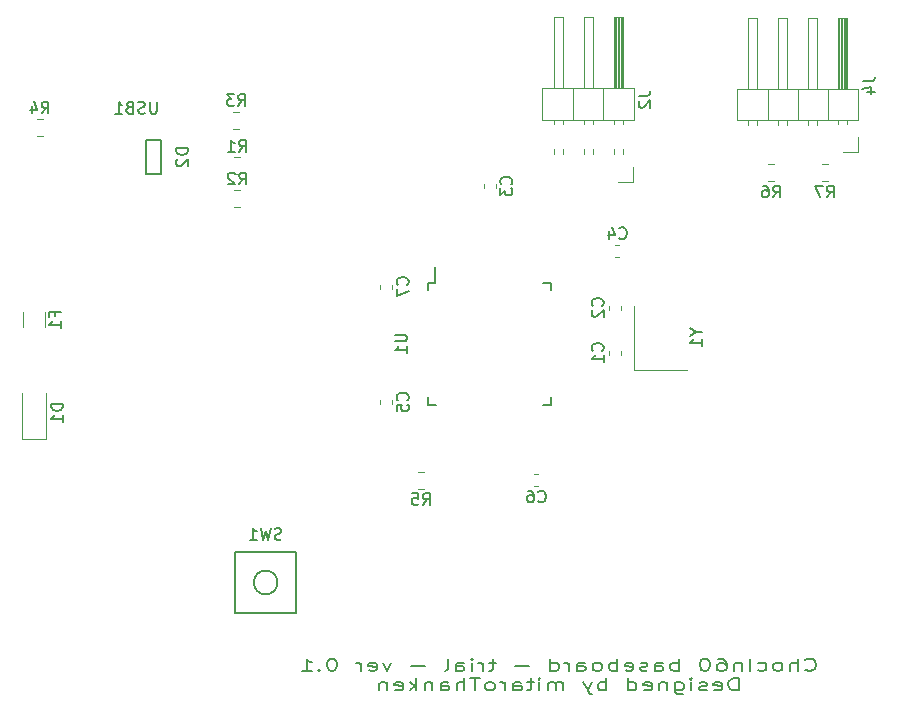
<source format=gbo>
G04 #@! TF.GenerationSoftware,KiCad,Pcbnew,(5.1.0)-1*
G04 #@! TF.CreationDate,2019-07-26T12:40:46+09:00*
G04 #@! TF.ProjectId,ChocIn60,43686f63-496e-4363-902e-6b696361645f,rev?*
G04 #@! TF.SameCoordinates,Original*
G04 #@! TF.FileFunction,Legend,Bot*
G04 #@! TF.FilePolarity,Positive*
%FSLAX46Y46*%
G04 Gerber Fmt 4.6, Leading zero omitted, Abs format (unit mm)*
G04 Created by KiCad (PCBNEW (5.1.0)-1) date 2019-07-26 12:40:46*
%MOMM*%
%LPD*%
G04 APERTURE LIST*
%ADD10C,0.150000*%
%ADD11C,0.120000*%
G04 APERTURE END LIST*
D10*
X114837142Y-105577142D02*
X114908571Y-105624761D01*
X115122857Y-105672380D01*
X115265714Y-105672380D01*
X115480000Y-105624761D01*
X115622857Y-105529523D01*
X115694285Y-105434285D01*
X115765714Y-105243809D01*
X115765714Y-105100952D01*
X115694285Y-104910476D01*
X115622857Y-104815238D01*
X115480000Y-104720000D01*
X115265714Y-104672380D01*
X115122857Y-104672380D01*
X114908571Y-104720000D01*
X114837142Y-104767619D01*
X114194285Y-105672380D02*
X114194285Y-104672380D01*
X113551428Y-105672380D02*
X113551428Y-105148571D01*
X113622857Y-105053333D01*
X113765714Y-105005714D01*
X113980000Y-105005714D01*
X114122857Y-105053333D01*
X114194285Y-105100952D01*
X112622857Y-105672380D02*
X112765714Y-105624761D01*
X112837142Y-105577142D01*
X112908571Y-105481904D01*
X112908571Y-105196190D01*
X112837142Y-105100952D01*
X112765714Y-105053333D01*
X112622857Y-105005714D01*
X112408571Y-105005714D01*
X112265714Y-105053333D01*
X112194285Y-105100952D01*
X112122857Y-105196190D01*
X112122857Y-105481904D01*
X112194285Y-105577142D01*
X112265714Y-105624761D01*
X112408571Y-105672380D01*
X112622857Y-105672380D01*
X110837142Y-105624761D02*
X110980000Y-105672380D01*
X111265714Y-105672380D01*
X111408571Y-105624761D01*
X111480000Y-105577142D01*
X111551428Y-105481904D01*
X111551428Y-105196190D01*
X111480000Y-105100952D01*
X111408571Y-105053333D01*
X111265714Y-105005714D01*
X110980000Y-105005714D01*
X110837142Y-105053333D01*
X110194285Y-105672380D02*
X110194285Y-104672380D01*
X109480000Y-105005714D02*
X109480000Y-105672380D01*
X109480000Y-105100952D02*
X109408571Y-105053333D01*
X109265714Y-105005714D01*
X109051428Y-105005714D01*
X108908571Y-105053333D01*
X108837142Y-105148571D01*
X108837142Y-105672380D01*
X107480000Y-104672380D02*
X107765714Y-104672380D01*
X107908571Y-104720000D01*
X107980000Y-104767619D01*
X108122857Y-104910476D01*
X108194285Y-105100952D01*
X108194285Y-105481904D01*
X108122857Y-105577142D01*
X108051428Y-105624761D01*
X107908571Y-105672380D01*
X107622857Y-105672380D01*
X107480000Y-105624761D01*
X107408571Y-105577142D01*
X107337142Y-105481904D01*
X107337142Y-105243809D01*
X107408571Y-105148571D01*
X107480000Y-105100952D01*
X107622857Y-105053333D01*
X107908571Y-105053333D01*
X108051428Y-105100952D01*
X108122857Y-105148571D01*
X108194285Y-105243809D01*
X106408571Y-104672380D02*
X106265714Y-104672380D01*
X106122857Y-104720000D01*
X106051428Y-104767619D01*
X105980000Y-104862857D01*
X105908571Y-105053333D01*
X105908571Y-105291428D01*
X105980000Y-105481904D01*
X106051428Y-105577142D01*
X106122857Y-105624761D01*
X106265714Y-105672380D01*
X106408571Y-105672380D01*
X106551428Y-105624761D01*
X106622857Y-105577142D01*
X106694285Y-105481904D01*
X106765714Y-105291428D01*
X106765714Y-105053333D01*
X106694285Y-104862857D01*
X106622857Y-104767619D01*
X106551428Y-104720000D01*
X106408571Y-104672380D01*
X104122857Y-105672380D02*
X104122857Y-104672380D01*
X104122857Y-105053333D02*
X103980000Y-105005714D01*
X103694285Y-105005714D01*
X103551428Y-105053333D01*
X103480000Y-105100952D01*
X103408571Y-105196190D01*
X103408571Y-105481904D01*
X103480000Y-105577142D01*
X103551428Y-105624761D01*
X103694285Y-105672380D01*
X103980000Y-105672380D01*
X104122857Y-105624761D01*
X102122857Y-105672380D02*
X102122857Y-105148571D01*
X102194285Y-105053333D01*
X102337142Y-105005714D01*
X102622857Y-105005714D01*
X102765714Y-105053333D01*
X102122857Y-105624761D02*
X102265714Y-105672380D01*
X102622857Y-105672380D01*
X102765714Y-105624761D01*
X102837142Y-105529523D01*
X102837142Y-105434285D01*
X102765714Y-105339047D01*
X102622857Y-105291428D01*
X102265714Y-105291428D01*
X102122857Y-105243809D01*
X101480000Y-105624761D02*
X101337142Y-105672380D01*
X101051428Y-105672380D01*
X100908571Y-105624761D01*
X100837142Y-105529523D01*
X100837142Y-105481904D01*
X100908571Y-105386666D01*
X101051428Y-105339047D01*
X101265714Y-105339047D01*
X101408571Y-105291428D01*
X101480000Y-105196190D01*
X101480000Y-105148571D01*
X101408571Y-105053333D01*
X101265714Y-105005714D01*
X101051428Y-105005714D01*
X100908571Y-105053333D01*
X99622857Y-105624761D02*
X99765714Y-105672380D01*
X100051428Y-105672380D01*
X100194285Y-105624761D01*
X100265714Y-105529523D01*
X100265714Y-105148571D01*
X100194285Y-105053333D01*
X100051428Y-105005714D01*
X99765714Y-105005714D01*
X99622857Y-105053333D01*
X99551428Y-105148571D01*
X99551428Y-105243809D01*
X100265714Y-105339047D01*
X98908571Y-105672380D02*
X98908571Y-104672380D01*
X98908571Y-105053333D02*
X98765714Y-105005714D01*
X98480000Y-105005714D01*
X98337142Y-105053333D01*
X98265714Y-105100952D01*
X98194285Y-105196190D01*
X98194285Y-105481904D01*
X98265714Y-105577142D01*
X98337142Y-105624761D01*
X98480000Y-105672380D01*
X98765714Y-105672380D01*
X98908571Y-105624761D01*
X97337142Y-105672380D02*
X97480000Y-105624761D01*
X97551428Y-105577142D01*
X97622857Y-105481904D01*
X97622857Y-105196190D01*
X97551428Y-105100952D01*
X97480000Y-105053333D01*
X97337142Y-105005714D01*
X97122857Y-105005714D01*
X96980000Y-105053333D01*
X96908571Y-105100952D01*
X96837142Y-105196190D01*
X96837142Y-105481904D01*
X96908571Y-105577142D01*
X96980000Y-105624761D01*
X97122857Y-105672380D01*
X97337142Y-105672380D01*
X95551428Y-105672380D02*
X95551428Y-105148571D01*
X95622857Y-105053333D01*
X95765714Y-105005714D01*
X96051428Y-105005714D01*
X96194285Y-105053333D01*
X95551428Y-105624761D02*
X95694285Y-105672380D01*
X96051428Y-105672380D01*
X96194285Y-105624761D01*
X96265714Y-105529523D01*
X96265714Y-105434285D01*
X96194285Y-105339047D01*
X96051428Y-105291428D01*
X95694285Y-105291428D01*
X95551428Y-105243809D01*
X94837142Y-105672380D02*
X94837142Y-105005714D01*
X94837142Y-105196190D02*
X94765714Y-105100952D01*
X94694285Y-105053333D01*
X94551428Y-105005714D01*
X94408571Y-105005714D01*
X93265714Y-105672380D02*
X93265714Y-104672380D01*
X93265714Y-105624761D02*
X93408571Y-105672380D01*
X93694285Y-105672380D01*
X93837142Y-105624761D01*
X93908571Y-105577142D01*
X93980000Y-105481904D01*
X93980000Y-105196190D01*
X93908571Y-105100952D01*
X93837142Y-105053333D01*
X93694285Y-105005714D01*
X93408571Y-105005714D01*
X93265714Y-105053333D01*
X91408571Y-105291428D02*
X90265714Y-105291428D01*
X88622857Y-105005714D02*
X88051428Y-105005714D01*
X88408571Y-104672380D02*
X88408571Y-105529523D01*
X88337142Y-105624761D01*
X88194285Y-105672380D01*
X88051428Y-105672380D01*
X87551428Y-105672380D02*
X87551428Y-105005714D01*
X87551428Y-105196190D02*
X87480000Y-105100952D01*
X87408571Y-105053333D01*
X87265714Y-105005714D01*
X87122857Y-105005714D01*
X86622857Y-105672380D02*
X86622857Y-105005714D01*
X86622857Y-104672380D02*
X86694285Y-104720000D01*
X86622857Y-104767619D01*
X86551428Y-104720000D01*
X86622857Y-104672380D01*
X86622857Y-104767619D01*
X85265714Y-105672380D02*
X85265714Y-105148571D01*
X85337142Y-105053333D01*
X85480000Y-105005714D01*
X85765714Y-105005714D01*
X85908571Y-105053333D01*
X85265714Y-105624761D02*
X85408571Y-105672380D01*
X85765714Y-105672380D01*
X85908571Y-105624761D01*
X85980000Y-105529523D01*
X85980000Y-105434285D01*
X85908571Y-105339047D01*
X85765714Y-105291428D01*
X85408571Y-105291428D01*
X85265714Y-105243809D01*
X84337142Y-105672380D02*
X84480000Y-105624761D01*
X84551428Y-105529523D01*
X84551428Y-104672380D01*
X82622857Y-105291428D02*
X81480000Y-105291428D01*
X79765714Y-105005714D02*
X79408571Y-105672380D01*
X79051428Y-105005714D01*
X77908571Y-105624761D02*
X78051428Y-105672380D01*
X78337142Y-105672380D01*
X78480000Y-105624761D01*
X78551428Y-105529523D01*
X78551428Y-105148571D01*
X78480000Y-105053333D01*
X78337142Y-105005714D01*
X78051428Y-105005714D01*
X77908571Y-105053333D01*
X77837142Y-105148571D01*
X77837142Y-105243809D01*
X78551428Y-105339047D01*
X77194285Y-105672380D02*
X77194285Y-105005714D01*
X77194285Y-105196190D02*
X77122857Y-105100952D01*
X77051428Y-105053333D01*
X76908571Y-105005714D01*
X76765714Y-105005714D01*
X74837142Y-104672380D02*
X74694285Y-104672380D01*
X74551428Y-104720000D01*
X74480000Y-104767619D01*
X74408571Y-104862857D01*
X74337142Y-105053333D01*
X74337142Y-105291428D01*
X74408571Y-105481904D01*
X74480000Y-105577142D01*
X74551428Y-105624761D01*
X74694285Y-105672380D01*
X74837142Y-105672380D01*
X74980000Y-105624761D01*
X75051428Y-105577142D01*
X75122857Y-105481904D01*
X75194285Y-105291428D01*
X75194285Y-105053333D01*
X75122857Y-104862857D01*
X75051428Y-104767619D01*
X74980000Y-104720000D01*
X74837142Y-104672380D01*
X73694285Y-105577142D02*
X73622857Y-105624761D01*
X73694285Y-105672380D01*
X73765714Y-105624761D01*
X73694285Y-105577142D01*
X73694285Y-105672380D01*
X72194285Y-105672380D02*
X73051428Y-105672380D01*
X72622857Y-105672380D02*
X72622857Y-104672380D01*
X72765714Y-104815238D01*
X72908571Y-104910476D01*
X73051428Y-104958095D01*
X109194285Y-107322380D02*
X109194285Y-106322380D01*
X108837142Y-106322380D01*
X108622857Y-106370000D01*
X108480000Y-106465238D01*
X108408571Y-106560476D01*
X108337142Y-106750952D01*
X108337142Y-106893809D01*
X108408571Y-107084285D01*
X108480000Y-107179523D01*
X108622857Y-107274761D01*
X108837142Y-107322380D01*
X109194285Y-107322380D01*
X107122857Y-107274761D02*
X107265714Y-107322380D01*
X107551428Y-107322380D01*
X107694285Y-107274761D01*
X107765714Y-107179523D01*
X107765714Y-106798571D01*
X107694285Y-106703333D01*
X107551428Y-106655714D01*
X107265714Y-106655714D01*
X107122857Y-106703333D01*
X107051428Y-106798571D01*
X107051428Y-106893809D01*
X107765714Y-106989047D01*
X106480000Y-107274761D02*
X106337142Y-107322380D01*
X106051428Y-107322380D01*
X105908571Y-107274761D01*
X105837142Y-107179523D01*
X105837142Y-107131904D01*
X105908571Y-107036666D01*
X106051428Y-106989047D01*
X106265714Y-106989047D01*
X106408571Y-106941428D01*
X106480000Y-106846190D01*
X106480000Y-106798571D01*
X106408571Y-106703333D01*
X106265714Y-106655714D01*
X106051428Y-106655714D01*
X105908571Y-106703333D01*
X105194285Y-107322380D02*
X105194285Y-106655714D01*
X105194285Y-106322380D02*
X105265714Y-106370000D01*
X105194285Y-106417619D01*
X105122857Y-106370000D01*
X105194285Y-106322380D01*
X105194285Y-106417619D01*
X103837142Y-106655714D02*
X103837142Y-107465238D01*
X103908571Y-107560476D01*
X103980000Y-107608095D01*
X104122857Y-107655714D01*
X104337142Y-107655714D01*
X104480000Y-107608095D01*
X103837142Y-107274761D02*
X103980000Y-107322380D01*
X104265714Y-107322380D01*
X104408571Y-107274761D01*
X104480000Y-107227142D01*
X104551428Y-107131904D01*
X104551428Y-106846190D01*
X104480000Y-106750952D01*
X104408571Y-106703333D01*
X104265714Y-106655714D01*
X103980000Y-106655714D01*
X103837142Y-106703333D01*
X103122857Y-106655714D02*
X103122857Y-107322380D01*
X103122857Y-106750952D02*
X103051428Y-106703333D01*
X102908571Y-106655714D01*
X102694285Y-106655714D01*
X102551428Y-106703333D01*
X102480000Y-106798571D01*
X102480000Y-107322380D01*
X101194285Y-107274761D02*
X101337142Y-107322380D01*
X101622857Y-107322380D01*
X101765714Y-107274761D01*
X101837142Y-107179523D01*
X101837142Y-106798571D01*
X101765714Y-106703333D01*
X101622857Y-106655714D01*
X101337142Y-106655714D01*
X101194285Y-106703333D01*
X101122857Y-106798571D01*
X101122857Y-106893809D01*
X101837142Y-106989047D01*
X99837142Y-107322380D02*
X99837142Y-106322380D01*
X99837142Y-107274761D02*
X99980000Y-107322380D01*
X100265714Y-107322380D01*
X100408571Y-107274761D01*
X100480000Y-107227142D01*
X100551428Y-107131904D01*
X100551428Y-106846190D01*
X100480000Y-106750952D01*
X100408571Y-106703333D01*
X100265714Y-106655714D01*
X99980000Y-106655714D01*
X99837142Y-106703333D01*
X97980000Y-107322380D02*
X97980000Y-106322380D01*
X97980000Y-106703333D02*
X97837142Y-106655714D01*
X97551428Y-106655714D01*
X97408571Y-106703333D01*
X97337142Y-106750952D01*
X97265714Y-106846190D01*
X97265714Y-107131904D01*
X97337142Y-107227142D01*
X97408571Y-107274761D01*
X97551428Y-107322380D01*
X97837142Y-107322380D01*
X97980000Y-107274761D01*
X96765714Y-106655714D02*
X96408571Y-107322380D01*
X96051428Y-106655714D02*
X96408571Y-107322380D01*
X96551428Y-107560476D01*
X96622857Y-107608095D01*
X96765714Y-107655714D01*
X94337142Y-107322380D02*
X94337142Y-106655714D01*
X94337142Y-106750952D02*
X94265714Y-106703333D01*
X94122857Y-106655714D01*
X93908571Y-106655714D01*
X93765714Y-106703333D01*
X93694285Y-106798571D01*
X93694285Y-107322380D01*
X93694285Y-106798571D02*
X93622857Y-106703333D01*
X93480000Y-106655714D01*
X93265714Y-106655714D01*
X93122857Y-106703333D01*
X93051428Y-106798571D01*
X93051428Y-107322380D01*
X92337142Y-107322380D02*
X92337142Y-106655714D01*
X92337142Y-106322380D02*
X92408571Y-106370000D01*
X92337142Y-106417619D01*
X92265714Y-106370000D01*
X92337142Y-106322380D01*
X92337142Y-106417619D01*
X91837142Y-106655714D02*
X91265714Y-106655714D01*
X91622857Y-106322380D02*
X91622857Y-107179523D01*
X91551428Y-107274761D01*
X91408571Y-107322380D01*
X91265714Y-107322380D01*
X90122857Y-107322380D02*
X90122857Y-106798571D01*
X90194285Y-106703333D01*
X90337142Y-106655714D01*
X90622857Y-106655714D01*
X90765714Y-106703333D01*
X90122857Y-107274761D02*
X90265714Y-107322380D01*
X90622857Y-107322380D01*
X90765714Y-107274761D01*
X90837142Y-107179523D01*
X90837142Y-107084285D01*
X90765714Y-106989047D01*
X90622857Y-106941428D01*
X90265714Y-106941428D01*
X90122857Y-106893809D01*
X89408571Y-107322380D02*
X89408571Y-106655714D01*
X89408571Y-106846190D02*
X89337142Y-106750952D01*
X89265714Y-106703333D01*
X89122857Y-106655714D01*
X88980000Y-106655714D01*
X88265714Y-107322380D02*
X88408571Y-107274761D01*
X88480000Y-107227142D01*
X88551428Y-107131904D01*
X88551428Y-106846190D01*
X88480000Y-106750952D01*
X88408571Y-106703333D01*
X88265714Y-106655714D01*
X88051428Y-106655714D01*
X87908571Y-106703333D01*
X87837142Y-106750952D01*
X87765714Y-106846190D01*
X87765714Y-107131904D01*
X87837142Y-107227142D01*
X87908571Y-107274761D01*
X88051428Y-107322380D01*
X88265714Y-107322380D01*
X87337142Y-106322380D02*
X86480000Y-106322380D01*
X86908571Y-107322380D02*
X86908571Y-106322380D01*
X85980000Y-107322380D02*
X85980000Y-106322380D01*
X85337142Y-107322380D02*
X85337142Y-106798571D01*
X85408571Y-106703333D01*
X85551428Y-106655714D01*
X85765714Y-106655714D01*
X85908571Y-106703333D01*
X85980000Y-106750952D01*
X83980000Y-107322380D02*
X83980000Y-106798571D01*
X84051428Y-106703333D01*
X84194285Y-106655714D01*
X84480000Y-106655714D01*
X84622857Y-106703333D01*
X83980000Y-107274761D02*
X84122857Y-107322380D01*
X84480000Y-107322380D01*
X84622857Y-107274761D01*
X84694285Y-107179523D01*
X84694285Y-107084285D01*
X84622857Y-106989047D01*
X84480000Y-106941428D01*
X84122857Y-106941428D01*
X83980000Y-106893809D01*
X83265714Y-106655714D02*
X83265714Y-107322380D01*
X83265714Y-106750952D02*
X83194285Y-106703333D01*
X83051428Y-106655714D01*
X82837142Y-106655714D01*
X82694285Y-106703333D01*
X82622857Y-106798571D01*
X82622857Y-107322380D01*
X81908571Y-107322380D02*
X81908571Y-106322380D01*
X81765714Y-106941428D02*
X81337142Y-107322380D01*
X81337142Y-106655714D02*
X81908571Y-107036666D01*
X80122857Y-107274761D02*
X80265714Y-107322380D01*
X80551428Y-107322380D01*
X80694285Y-107274761D01*
X80765714Y-107179523D01*
X80765714Y-106798571D01*
X80694285Y-106703333D01*
X80551428Y-106655714D01*
X80265714Y-106655714D01*
X80122857Y-106703333D01*
X80051428Y-106798571D01*
X80051428Y-106893809D01*
X80765714Y-106989047D01*
X79408571Y-106655714D02*
X79408571Y-107322380D01*
X79408571Y-106750952D02*
X79337142Y-106703333D01*
X79194285Y-106655714D01*
X78980000Y-106655714D01*
X78837142Y-106703333D01*
X78765714Y-106798571D01*
X78765714Y-107322380D01*
D11*
X67006252Y-63638500D02*
X66483748Y-63638500D01*
X67006252Y-62218500D02*
X66483748Y-62218500D01*
X67006252Y-66402400D02*
X66483748Y-66402400D01*
X67006252Y-64982400D02*
X66483748Y-64982400D01*
X50290252Y-60400000D02*
X49767748Y-60400000D01*
X50290252Y-58980000D02*
X49767748Y-58980000D01*
X66936252Y-59765000D02*
X66413748Y-59765000D01*
X66936252Y-58345000D02*
X66413748Y-58345000D01*
X100302500Y-80170000D02*
X100302500Y-74770000D01*
X104802500Y-80170000D02*
X100302500Y-80170000D01*
D10*
X59024800Y-60720000D02*
X59024800Y-63620000D01*
X59024800Y-60720000D02*
X60324800Y-60720000D01*
X60324800Y-60720000D02*
X60324800Y-63620000D01*
X60324800Y-63620000D02*
X59024800Y-63620000D01*
X83512600Y-72803000D02*
X83512600Y-71528000D01*
X82937600Y-83153000D02*
X82937600Y-82478000D01*
X93287600Y-83153000D02*
X93287600Y-82478000D01*
X93287600Y-72803000D02*
X93287600Y-73478000D01*
X82937600Y-72803000D02*
X82937600Y-73478000D01*
X93287600Y-72803000D02*
X92612600Y-72803000D01*
X93287600Y-83153000D02*
X92612600Y-83153000D01*
X82937600Y-83153000D02*
X83612600Y-83153000D01*
X82937600Y-72803000D02*
X83512600Y-72803000D01*
X66550000Y-100800000D02*
X71750000Y-100800000D01*
X71750000Y-100800000D02*
X71750000Y-95600000D01*
X71750000Y-95600000D02*
X66550000Y-95600000D01*
X66550000Y-95600000D02*
X66550000Y-100800000D01*
X70150000Y-98200000D02*
G75*
G03X70150000Y-98200000I-1000000J0D01*
G01*
D11*
X116244748Y-62790000D02*
X116767252Y-62790000D01*
X116244748Y-64210000D02*
X116767252Y-64210000D01*
X111681748Y-62790000D02*
X112204252Y-62790000D01*
X111681748Y-64210000D02*
X112204252Y-64210000D01*
X82034748Y-88825000D02*
X82557252Y-88825000D01*
X82034748Y-90245000D02*
X82557252Y-90245000D01*
X119270000Y-61770000D02*
X119270000Y-60500000D01*
X118000000Y-61770000D02*
X119270000Y-61770000D01*
X110000000Y-59457071D02*
X110000000Y-59060000D01*
X110760000Y-59457071D02*
X110760000Y-59060000D01*
X110000000Y-50400000D02*
X110000000Y-56400000D01*
X110760000Y-50400000D02*
X110000000Y-50400000D01*
X110760000Y-56400000D02*
X110760000Y-50400000D01*
X111650000Y-59060000D02*
X111650000Y-56400000D01*
X112540000Y-59457071D02*
X112540000Y-59060000D01*
X113300000Y-59457071D02*
X113300000Y-59060000D01*
X112540000Y-50400000D02*
X112540000Y-56400000D01*
X113300000Y-50400000D02*
X112540000Y-50400000D01*
X113300000Y-56400000D02*
X113300000Y-50400000D01*
X114190000Y-59060000D02*
X114190000Y-56400000D01*
X115080000Y-59457071D02*
X115080000Y-59060000D01*
X115840000Y-59457071D02*
X115840000Y-59060000D01*
X115080000Y-50400000D02*
X115080000Y-56400000D01*
X115840000Y-50400000D02*
X115080000Y-50400000D01*
X115840000Y-56400000D02*
X115840000Y-50400000D01*
X116730000Y-59060000D02*
X116730000Y-56400000D01*
X117620000Y-59390000D02*
X117620000Y-59060000D01*
X118380000Y-59390000D02*
X118380000Y-59060000D01*
X117720000Y-56400000D02*
X117720000Y-50400000D01*
X117840000Y-56400000D02*
X117840000Y-50400000D01*
X117960000Y-56400000D02*
X117960000Y-50400000D01*
X118080000Y-56400000D02*
X118080000Y-50400000D01*
X118200000Y-56400000D02*
X118200000Y-50400000D01*
X118320000Y-56400000D02*
X118320000Y-50400000D01*
X117620000Y-50400000D02*
X117620000Y-56400000D01*
X118380000Y-50400000D02*
X117620000Y-50400000D01*
X118380000Y-56400000D02*
X118380000Y-50400000D01*
X119330000Y-56400000D02*
X119330000Y-59060000D01*
X109050000Y-56400000D02*
X119330000Y-56400000D01*
X109050000Y-59060000D02*
X109050000Y-56400000D01*
X119330000Y-59060000D02*
X109050000Y-59060000D01*
X100270000Y-64270000D02*
X100270000Y-63000000D01*
X99000000Y-64270000D02*
X100270000Y-64270000D01*
X93540000Y-61957071D02*
X93540000Y-61502929D01*
X94300000Y-61957071D02*
X94300000Y-61502929D01*
X93540000Y-59417071D02*
X93540000Y-59020000D01*
X94300000Y-59417071D02*
X94300000Y-59020000D01*
X93540000Y-50360000D02*
X93540000Y-56360000D01*
X94300000Y-50360000D02*
X93540000Y-50360000D01*
X94300000Y-56360000D02*
X94300000Y-50360000D01*
X95190000Y-59020000D02*
X95190000Y-56360000D01*
X96080000Y-61957071D02*
X96080000Y-61502929D01*
X96840000Y-61957071D02*
X96840000Y-61502929D01*
X96080000Y-59417071D02*
X96080000Y-59020000D01*
X96840000Y-59417071D02*
X96840000Y-59020000D01*
X96080000Y-50360000D02*
X96080000Y-56360000D01*
X96840000Y-50360000D02*
X96080000Y-50360000D01*
X96840000Y-56360000D02*
X96840000Y-50360000D01*
X97730000Y-59020000D02*
X97730000Y-56360000D01*
X98620000Y-61890000D02*
X98620000Y-61502929D01*
X99380000Y-61890000D02*
X99380000Y-61502929D01*
X98620000Y-59417071D02*
X98620000Y-59020000D01*
X99380000Y-59417071D02*
X99380000Y-59020000D01*
X98720000Y-56360000D02*
X98720000Y-50360000D01*
X98840000Y-56360000D02*
X98840000Y-50360000D01*
X98960000Y-56360000D02*
X98960000Y-50360000D01*
X99080000Y-56360000D02*
X99080000Y-50360000D01*
X99200000Y-56360000D02*
X99200000Y-50360000D01*
X99320000Y-56360000D02*
X99320000Y-50360000D01*
X98620000Y-50360000D02*
X98620000Y-56360000D01*
X99380000Y-50360000D02*
X98620000Y-50360000D01*
X99380000Y-56360000D02*
X99380000Y-50360000D01*
X100330000Y-56360000D02*
X100330000Y-59020000D01*
X92590000Y-56360000D02*
X100330000Y-56360000D01*
X92590000Y-59020000D02*
X92590000Y-56360000D01*
X100330000Y-59020000D02*
X92590000Y-59020000D01*
X48620000Y-76536964D02*
X48620000Y-75332836D01*
X50440000Y-76536964D02*
X50440000Y-75332836D01*
X50530000Y-86070000D02*
X50530000Y-82170000D01*
X48530000Y-86070000D02*
X48530000Y-82170000D01*
X50530000Y-86070000D02*
X48530000Y-86070000D01*
X78865000Y-73323267D02*
X78865000Y-72980733D01*
X79885000Y-73323267D02*
X79885000Y-72980733D01*
X91903733Y-89025000D02*
X92246267Y-89025000D01*
X91903733Y-90045000D02*
X92246267Y-90045000D01*
X78865000Y-83102267D02*
X78865000Y-82759733D01*
X79885000Y-83102267D02*
X79885000Y-82759733D01*
X99104267Y-70614000D02*
X98761733Y-70614000D01*
X99104267Y-69594000D02*
X98761733Y-69594000D01*
X87628000Y-64814267D02*
X87628000Y-64471733D01*
X88648000Y-64814267D02*
X88648000Y-64471733D01*
X99252500Y-74758733D02*
X99252500Y-75101267D01*
X98232500Y-74758733D02*
X98232500Y-75101267D01*
X99252500Y-78568733D02*
X99252500Y-78911267D01*
X98232500Y-78568733D02*
X98232500Y-78911267D01*
D10*
X59938095Y-57502380D02*
X59938095Y-58311904D01*
X59890476Y-58407142D01*
X59842857Y-58454761D01*
X59747619Y-58502380D01*
X59557142Y-58502380D01*
X59461904Y-58454761D01*
X59414285Y-58407142D01*
X59366666Y-58311904D01*
X59366666Y-57502380D01*
X58938095Y-58454761D02*
X58795238Y-58502380D01*
X58557142Y-58502380D01*
X58461904Y-58454761D01*
X58414285Y-58407142D01*
X58366666Y-58311904D01*
X58366666Y-58216666D01*
X58414285Y-58121428D01*
X58461904Y-58073809D01*
X58557142Y-58026190D01*
X58747619Y-57978571D01*
X58842857Y-57930952D01*
X58890476Y-57883333D01*
X58938095Y-57788095D01*
X58938095Y-57692857D01*
X58890476Y-57597619D01*
X58842857Y-57550000D01*
X58747619Y-57502380D01*
X58509523Y-57502380D01*
X58366666Y-57550000D01*
X57604761Y-57978571D02*
X57461904Y-58026190D01*
X57414285Y-58073809D01*
X57366666Y-58169047D01*
X57366666Y-58311904D01*
X57414285Y-58407142D01*
X57461904Y-58454761D01*
X57557142Y-58502380D01*
X57938095Y-58502380D01*
X57938095Y-57502380D01*
X57604761Y-57502380D01*
X57509523Y-57550000D01*
X57461904Y-57597619D01*
X57414285Y-57692857D01*
X57414285Y-57788095D01*
X57461904Y-57883333D01*
X57509523Y-57930952D01*
X57604761Y-57978571D01*
X57938095Y-57978571D01*
X56414285Y-58502380D02*
X56985714Y-58502380D01*
X56700000Y-58502380D02*
X56700000Y-57502380D01*
X56795238Y-57645238D01*
X56890476Y-57740476D01*
X56985714Y-57788095D01*
X66911666Y-61730880D02*
X67245000Y-61254690D01*
X67483095Y-61730880D02*
X67483095Y-60730880D01*
X67102142Y-60730880D01*
X67006904Y-60778500D01*
X66959285Y-60826119D01*
X66911666Y-60921357D01*
X66911666Y-61064214D01*
X66959285Y-61159452D01*
X67006904Y-61207071D01*
X67102142Y-61254690D01*
X67483095Y-61254690D01*
X65959285Y-61730880D02*
X66530714Y-61730880D01*
X66245000Y-61730880D02*
X66245000Y-60730880D01*
X66340238Y-60873738D01*
X66435476Y-60968976D01*
X66530714Y-61016595D01*
X66911666Y-64494780D02*
X67245000Y-64018590D01*
X67483095Y-64494780D02*
X67483095Y-63494780D01*
X67102142Y-63494780D01*
X67006904Y-63542400D01*
X66959285Y-63590019D01*
X66911666Y-63685257D01*
X66911666Y-63828114D01*
X66959285Y-63923352D01*
X67006904Y-63970971D01*
X67102142Y-64018590D01*
X67483095Y-64018590D01*
X66530714Y-63590019D02*
X66483095Y-63542400D01*
X66387857Y-63494780D01*
X66149761Y-63494780D01*
X66054523Y-63542400D01*
X66006904Y-63590019D01*
X65959285Y-63685257D01*
X65959285Y-63780495D01*
X66006904Y-63923352D01*
X66578333Y-64494780D01*
X65959285Y-64494780D01*
X50195666Y-58492380D02*
X50529000Y-58016190D01*
X50767095Y-58492380D02*
X50767095Y-57492380D01*
X50386142Y-57492380D01*
X50290904Y-57540000D01*
X50243285Y-57587619D01*
X50195666Y-57682857D01*
X50195666Y-57825714D01*
X50243285Y-57920952D01*
X50290904Y-57968571D01*
X50386142Y-58016190D01*
X50767095Y-58016190D01*
X49338523Y-57825714D02*
X49338523Y-58492380D01*
X49576619Y-57444761D02*
X49814714Y-58159047D01*
X49195666Y-58159047D01*
X66841666Y-57857380D02*
X67175000Y-57381190D01*
X67413095Y-57857380D02*
X67413095Y-56857380D01*
X67032142Y-56857380D01*
X66936904Y-56905000D01*
X66889285Y-56952619D01*
X66841666Y-57047857D01*
X66841666Y-57190714D01*
X66889285Y-57285952D01*
X66936904Y-57333571D01*
X67032142Y-57381190D01*
X67413095Y-57381190D01*
X66508333Y-56857380D02*
X65889285Y-56857380D01*
X66222619Y-57238333D01*
X66079761Y-57238333D01*
X65984523Y-57285952D01*
X65936904Y-57333571D01*
X65889285Y-57428809D01*
X65889285Y-57666904D01*
X65936904Y-57762142D01*
X65984523Y-57809761D01*
X66079761Y-57857380D01*
X66365476Y-57857380D01*
X66460714Y-57809761D01*
X66508333Y-57762142D01*
X105578690Y-76993809D02*
X106054880Y-76993809D01*
X105054880Y-76660476D02*
X105578690Y-76993809D01*
X105054880Y-77327142D01*
X106054880Y-78184285D02*
X106054880Y-77612857D01*
X106054880Y-77898571D02*
X105054880Y-77898571D01*
X105197738Y-77803333D01*
X105292976Y-77708095D01*
X105340595Y-77612857D01*
X62577180Y-61431904D02*
X61577180Y-61431904D01*
X61577180Y-61670000D01*
X61624800Y-61812857D01*
X61720038Y-61908095D01*
X61815276Y-61955714D01*
X62005752Y-62003333D01*
X62148609Y-62003333D01*
X62339085Y-61955714D01*
X62434323Y-61908095D01*
X62529561Y-61812857D01*
X62577180Y-61670000D01*
X62577180Y-61431904D01*
X61672419Y-62384285D02*
X61624800Y-62431904D01*
X61577180Y-62527142D01*
X61577180Y-62765238D01*
X61624800Y-62860476D01*
X61672419Y-62908095D01*
X61767657Y-62955714D01*
X61862895Y-62955714D01*
X62005752Y-62908095D01*
X62577180Y-62336666D01*
X62577180Y-62955714D01*
X80114980Y-77216095D02*
X80924504Y-77216095D01*
X81019742Y-77263714D01*
X81067361Y-77311333D01*
X81114980Y-77406571D01*
X81114980Y-77597047D01*
X81067361Y-77692285D01*
X81019742Y-77739904D01*
X80924504Y-77787523D01*
X80114980Y-77787523D01*
X81114980Y-78787523D02*
X81114980Y-78216095D01*
X81114980Y-78501809D02*
X80114980Y-78501809D01*
X80257838Y-78406571D01*
X80353076Y-78311333D01*
X80400695Y-78216095D01*
X70483333Y-94540761D02*
X70340476Y-94588380D01*
X70102380Y-94588380D01*
X70007142Y-94540761D01*
X69959523Y-94493142D01*
X69911904Y-94397904D01*
X69911904Y-94302666D01*
X69959523Y-94207428D01*
X70007142Y-94159809D01*
X70102380Y-94112190D01*
X70292857Y-94064571D01*
X70388095Y-94016952D01*
X70435714Y-93969333D01*
X70483333Y-93874095D01*
X70483333Y-93778857D01*
X70435714Y-93683619D01*
X70388095Y-93636000D01*
X70292857Y-93588380D01*
X70054761Y-93588380D01*
X69911904Y-93636000D01*
X69578571Y-93588380D02*
X69340476Y-94588380D01*
X69150000Y-93874095D01*
X68959523Y-94588380D01*
X68721428Y-93588380D01*
X67816666Y-94588380D02*
X68388095Y-94588380D01*
X68102380Y-94588380D02*
X68102380Y-93588380D01*
X68197619Y-93731238D01*
X68292857Y-93826476D01*
X68388095Y-93874095D01*
X116672666Y-65602380D02*
X117006000Y-65126190D01*
X117244095Y-65602380D02*
X117244095Y-64602380D01*
X116863142Y-64602380D01*
X116767904Y-64650000D01*
X116720285Y-64697619D01*
X116672666Y-64792857D01*
X116672666Y-64935714D01*
X116720285Y-65030952D01*
X116767904Y-65078571D01*
X116863142Y-65126190D01*
X117244095Y-65126190D01*
X116339333Y-64602380D02*
X115672666Y-64602380D01*
X116101238Y-65602380D01*
X112109666Y-65602380D02*
X112443000Y-65126190D01*
X112681095Y-65602380D02*
X112681095Y-64602380D01*
X112300142Y-64602380D01*
X112204904Y-64650000D01*
X112157285Y-64697619D01*
X112109666Y-64792857D01*
X112109666Y-64935714D01*
X112157285Y-65030952D01*
X112204904Y-65078571D01*
X112300142Y-65126190D01*
X112681095Y-65126190D01*
X111252523Y-64602380D02*
X111443000Y-64602380D01*
X111538238Y-64650000D01*
X111585857Y-64697619D01*
X111681095Y-64840476D01*
X111728714Y-65030952D01*
X111728714Y-65411904D01*
X111681095Y-65507142D01*
X111633476Y-65554761D01*
X111538238Y-65602380D01*
X111347761Y-65602380D01*
X111252523Y-65554761D01*
X111204904Y-65507142D01*
X111157285Y-65411904D01*
X111157285Y-65173809D01*
X111204904Y-65078571D01*
X111252523Y-65030952D01*
X111347761Y-64983333D01*
X111538238Y-64983333D01*
X111633476Y-65030952D01*
X111681095Y-65078571D01*
X111728714Y-65173809D01*
X82462666Y-91637380D02*
X82796000Y-91161190D01*
X83034095Y-91637380D02*
X83034095Y-90637380D01*
X82653142Y-90637380D01*
X82557904Y-90685000D01*
X82510285Y-90732619D01*
X82462666Y-90827857D01*
X82462666Y-90970714D01*
X82510285Y-91065952D01*
X82557904Y-91113571D01*
X82653142Y-91161190D01*
X83034095Y-91161190D01*
X81557904Y-90637380D02*
X82034095Y-90637380D01*
X82081714Y-91113571D01*
X82034095Y-91065952D01*
X81938857Y-91018333D01*
X81700761Y-91018333D01*
X81605523Y-91065952D01*
X81557904Y-91113571D01*
X81510285Y-91208809D01*
X81510285Y-91446904D01*
X81557904Y-91542142D01*
X81605523Y-91589761D01*
X81700761Y-91637380D01*
X81938857Y-91637380D01*
X82034095Y-91589761D01*
X82081714Y-91542142D01*
X119722380Y-55781666D02*
X120436666Y-55781666D01*
X120579523Y-55734047D01*
X120674761Y-55638809D01*
X120722380Y-55495952D01*
X120722380Y-55400714D01*
X120055714Y-56686428D02*
X120722380Y-56686428D01*
X119674761Y-56448333D02*
X120389047Y-56210238D01*
X120389047Y-56829285D01*
X100722380Y-57011666D02*
X101436666Y-57011666D01*
X101579523Y-56964047D01*
X101674761Y-56868809D01*
X101722380Y-56725952D01*
X101722380Y-56630714D01*
X100817619Y-57440238D02*
X100770000Y-57487857D01*
X100722380Y-57583095D01*
X100722380Y-57821190D01*
X100770000Y-57916428D01*
X100817619Y-57964047D01*
X100912857Y-58011666D01*
X101008095Y-58011666D01*
X101150952Y-57964047D01*
X101722380Y-57392619D01*
X101722380Y-58011666D01*
X51278571Y-75601566D02*
X51278571Y-75268233D01*
X51802380Y-75268233D02*
X50802380Y-75268233D01*
X50802380Y-75744423D01*
X51802380Y-76649185D02*
X51802380Y-76077757D01*
X51802380Y-76363471D02*
X50802380Y-76363471D01*
X50945238Y-76268233D01*
X51040476Y-76172995D01*
X51088095Y-76077757D01*
X51982380Y-83081904D02*
X50982380Y-83081904D01*
X50982380Y-83320000D01*
X51030000Y-83462857D01*
X51125238Y-83558095D01*
X51220476Y-83605714D01*
X51410952Y-83653333D01*
X51553809Y-83653333D01*
X51744285Y-83605714D01*
X51839523Y-83558095D01*
X51934761Y-83462857D01*
X51982380Y-83320000D01*
X51982380Y-83081904D01*
X51982380Y-84605714D02*
X51982380Y-84034285D01*
X51982380Y-84320000D02*
X50982380Y-84320000D01*
X51125238Y-84224761D01*
X51220476Y-84129523D01*
X51268095Y-84034285D01*
X81162142Y-72985333D02*
X81209761Y-72937714D01*
X81257380Y-72794857D01*
X81257380Y-72699619D01*
X81209761Y-72556761D01*
X81114523Y-72461523D01*
X81019285Y-72413904D01*
X80828809Y-72366285D01*
X80685952Y-72366285D01*
X80495476Y-72413904D01*
X80400238Y-72461523D01*
X80305000Y-72556761D01*
X80257380Y-72699619D01*
X80257380Y-72794857D01*
X80305000Y-72937714D01*
X80352619Y-72985333D01*
X80257380Y-73318666D02*
X80257380Y-73985333D01*
X81257380Y-73556761D01*
X92241666Y-91322142D02*
X92289285Y-91369761D01*
X92432142Y-91417380D01*
X92527380Y-91417380D01*
X92670238Y-91369761D01*
X92765476Y-91274523D01*
X92813095Y-91179285D01*
X92860714Y-90988809D01*
X92860714Y-90845952D01*
X92813095Y-90655476D01*
X92765476Y-90560238D01*
X92670238Y-90465000D01*
X92527380Y-90417380D01*
X92432142Y-90417380D01*
X92289285Y-90465000D01*
X92241666Y-90512619D01*
X91384523Y-90417380D02*
X91575000Y-90417380D01*
X91670238Y-90465000D01*
X91717857Y-90512619D01*
X91813095Y-90655476D01*
X91860714Y-90845952D01*
X91860714Y-91226904D01*
X91813095Y-91322142D01*
X91765476Y-91369761D01*
X91670238Y-91417380D01*
X91479761Y-91417380D01*
X91384523Y-91369761D01*
X91336904Y-91322142D01*
X91289285Y-91226904D01*
X91289285Y-90988809D01*
X91336904Y-90893571D01*
X91384523Y-90845952D01*
X91479761Y-90798333D01*
X91670238Y-90798333D01*
X91765476Y-90845952D01*
X91813095Y-90893571D01*
X91860714Y-90988809D01*
X81162142Y-82764333D02*
X81209761Y-82716714D01*
X81257380Y-82573857D01*
X81257380Y-82478619D01*
X81209761Y-82335761D01*
X81114523Y-82240523D01*
X81019285Y-82192904D01*
X80828809Y-82145285D01*
X80685952Y-82145285D01*
X80495476Y-82192904D01*
X80400238Y-82240523D01*
X80305000Y-82335761D01*
X80257380Y-82478619D01*
X80257380Y-82573857D01*
X80305000Y-82716714D01*
X80352619Y-82764333D01*
X80257380Y-83669095D02*
X80257380Y-83192904D01*
X80733571Y-83145285D01*
X80685952Y-83192904D01*
X80638333Y-83288142D01*
X80638333Y-83526238D01*
X80685952Y-83621476D01*
X80733571Y-83669095D01*
X80828809Y-83716714D01*
X81066904Y-83716714D01*
X81162142Y-83669095D01*
X81209761Y-83621476D01*
X81257380Y-83526238D01*
X81257380Y-83288142D01*
X81209761Y-83192904D01*
X81162142Y-83145285D01*
X99099666Y-69031142D02*
X99147285Y-69078761D01*
X99290142Y-69126380D01*
X99385380Y-69126380D01*
X99528238Y-69078761D01*
X99623476Y-68983523D01*
X99671095Y-68888285D01*
X99718714Y-68697809D01*
X99718714Y-68554952D01*
X99671095Y-68364476D01*
X99623476Y-68269238D01*
X99528238Y-68174000D01*
X99385380Y-68126380D01*
X99290142Y-68126380D01*
X99147285Y-68174000D01*
X99099666Y-68221619D01*
X98242523Y-68459714D02*
X98242523Y-69126380D01*
X98480619Y-68078761D02*
X98718714Y-68793047D01*
X98099666Y-68793047D01*
X89925142Y-64476333D02*
X89972761Y-64428714D01*
X90020380Y-64285857D01*
X90020380Y-64190619D01*
X89972761Y-64047761D01*
X89877523Y-63952523D01*
X89782285Y-63904904D01*
X89591809Y-63857285D01*
X89448952Y-63857285D01*
X89258476Y-63904904D01*
X89163238Y-63952523D01*
X89068000Y-64047761D01*
X89020380Y-64190619D01*
X89020380Y-64285857D01*
X89068000Y-64428714D01*
X89115619Y-64476333D01*
X89020380Y-64809666D02*
X89020380Y-65428714D01*
X89401333Y-65095380D01*
X89401333Y-65238238D01*
X89448952Y-65333476D01*
X89496571Y-65381095D01*
X89591809Y-65428714D01*
X89829904Y-65428714D01*
X89925142Y-65381095D01*
X89972761Y-65333476D01*
X90020380Y-65238238D01*
X90020380Y-64952523D01*
X89972761Y-64857285D01*
X89925142Y-64809666D01*
X97669642Y-74763333D02*
X97717261Y-74715714D01*
X97764880Y-74572857D01*
X97764880Y-74477619D01*
X97717261Y-74334761D01*
X97622023Y-74239523D01*
X97526785Y-74191904D01*
X97336309Y-74144285D01*
X97193452Y-74144285D01*
X97002976Y-74191904D01*
X96907738Y-74239523D01*
X96812500Y-74334761D01*
X96764880Y-74477619D01*
X96764880Y-74572857D01*
X96812500Y-74715714D01*
X96860119Y-74763333D01*
X96860119Y-75144285D02*
X96812500Y-75191904D01*
X96764880Y-75287142D01*
X96764880Y-75525238D01*
X96812500Y-75620476D01*
X96860119Y-75668095D01*
X96955357Y-75715714D01*
X97050595Y-75715714D01*
X97193452Y-75668095D01*
X97764880Y-75096666D01*
X97764880Y-75715714D01*
X97669642Y-78573333D02*
X97717261Y-78525714D01*
X97764880Y-78382857D01*
X97764880Y-78287619D01*
X97717261Y-78144761D01*
X97622023Y-78049523D01*
X97526785Y-78001904D01*
X97336309Y-77954285D01*
X97193452Y-77954285D01*
X97002976Y-78001904D01*
X96907738Y-78049523D01*
X96812500Y-78144761D01*
X96764880Y-78287619D01*
X96764880Y-78382857D01*
X96812500Y-78525714D01*
X96860119Y-78573333D01*
X97764880Y-79525714D02*
X97764880Y-78954285D01*
X97764880Y-79240000D02*
X96764880Y-79240000D01*
X96907738Y-79144761D01*
X97002976Y-79049523D01*
X97050595Y-78954285D01*
M02*

</source>
